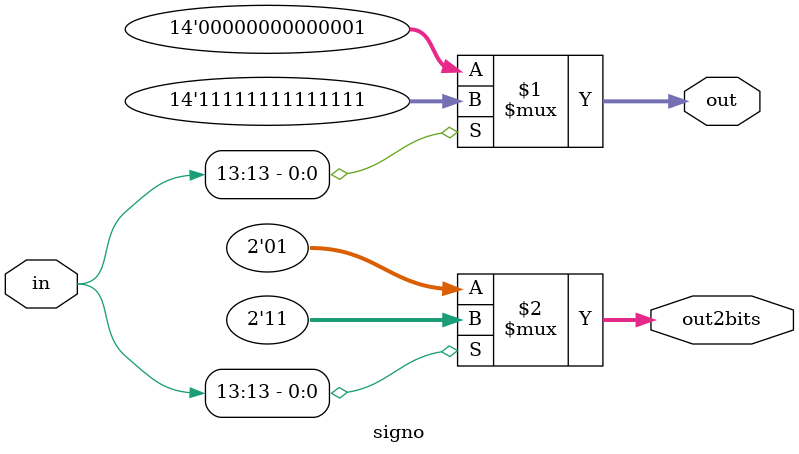
<source format=v>
`timescale 1ns / 1ps

/* Descripción:

Cuando in >= 0 coloca +1 en las salidas.
Cuando in <  0 coloca -1 en las salidas.

La salida out tiene una resolución de R bits (14 por defecto).
La salida out2bits tiene una resolución de 2 bits (el mínimo para definir +-1).

*/


//(* keep_hierarchy = "yes" *) 
module signo #(
   parameter     R   = 14
)
(
    //input clk,rst,
    input  signed [R-1:0] in,        // valor de entrada
    output signed [R-1:0] out,       // +1 o -1 en un cable igual al del entrada
    output signed [  1:0] out2bits   // +1 o -1 en un cable de dos bits
    );
    
    assign out      = in[R-1] ? {R{ 1'b1 }} : {  {R-1{ 1'b0 }} , 1'b1  } ;
    assign out2bits = in[R-1] ?       2'b11 :       2'b01                ;
    
    
endmodule

/* 
Instantiation example:

signo #( .R(14) ) i_signo ( .in( IN ), .out( OUT ) , .out2bits( OUT2 ) );

signo             i_signo ( .in( IN ), .out( OUT ) , .out2bits( OUT2 ) );

*/



</source>
